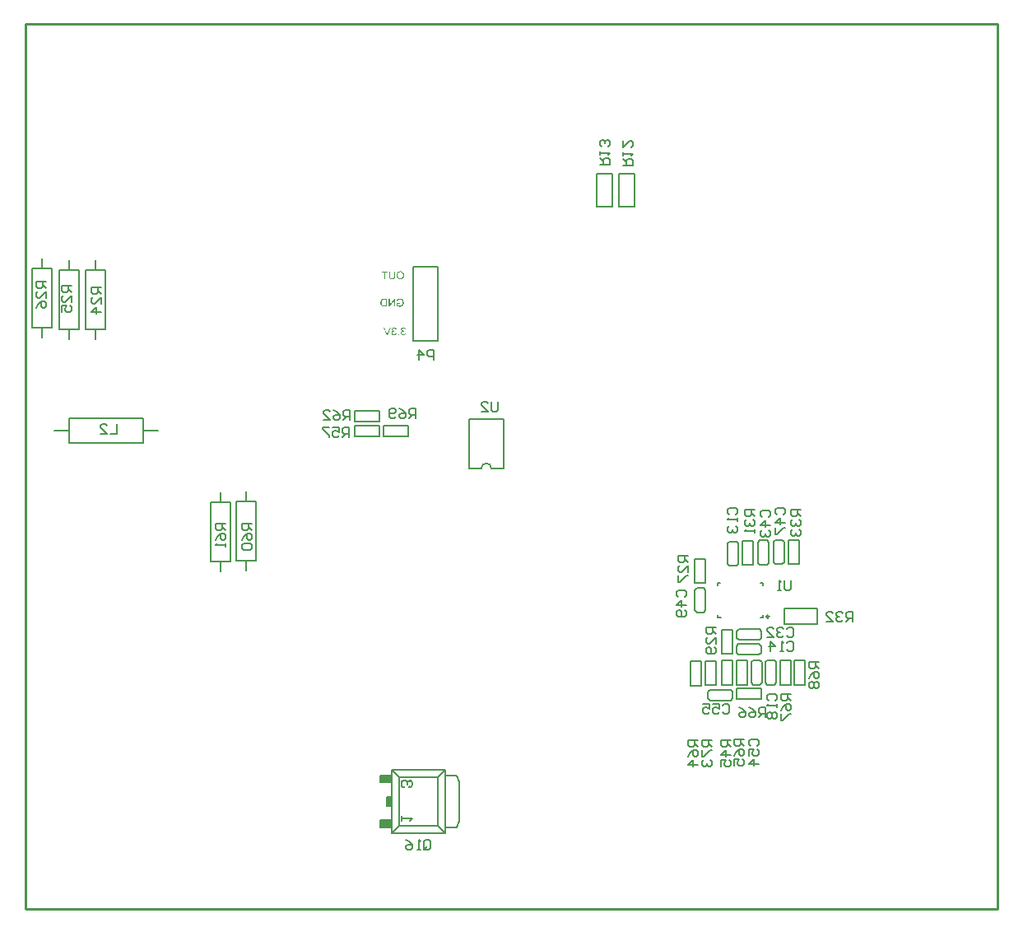
<source format=gbo>
%FSLAX25Y25*%
%MOIN*%
G70*
G01*
G75*
G04 Layer_Color=32896*
%ADD10R,0.03937X0.02362*%
%ADD11R,0.03347X0.02756*%
%ADD12O,0.06299X0.01181*%
%ADD13R,0.06299X0.01181*%
%ADD14O,0.01181X0.06299*%
%ADD15R,0.05118X0.03937*%
%ADD16R,0.10630X0.03937*%
%ADD17R,0.03937X0.05118*%
%ADD18R,0.03543X0.02126*%
%ADD19R,0.01969X0.06299*%
%ADD20R,0.14410X0.07874*%
%ADD21R,0.14410X0.09843*%
%ADD22R,0.09449X0.08268*%
%ADD23R,0.05000X0.06000*%
%ADD24R,0.02362X0.02362*%
%ADD25R,0.02362X0.02362*%
%ADD26R,0.02362X0.03937*%
%ADD27O,0.02362X0.06890*%
%ADD28R,0.11811X0.07480*%
%ADD29R,0.02756X0.03347*%
%ADD30R,0.10000X0.07500*%
%ADD31R,0.09843X0.15748*%
%ADD32R,0.08661X0.07087*%
%ADD33O,0.09843X0.05906*%
%ADD34O,0.03543X0.01969*%
%ADD35O,0.03543X0.01969*%
%ADD36R,0.03543X0.01969*%
%ADD37R,0.02559X0.05315*%
%ADD38R,0.20866X0.11024*%
%ADD39R,0.03937X0.10630*%
%ADD40R,0.21654X0.05630*%
%ADD41C,0.02000*%
%ADD42C,0.00800*%
%ADD43C,0.03000*%
%ADD44C,0.03500*%
%ADD45C,0.04000*%
%ADD46C,0.01000*%
%ADD47C,0.01500*%
%ADD48C,0.10000*%
%ADD49C,0.08000*%
%ADD50C,0.05000*%
%ADD51C,0.01200*%
%ADD52R,0.19200X0.07900*%
%ADD53R,0.58405X0.13100*%
%ADD54R,0.24300X1.56600*%
%ADD55R,0.50200X0.62200*%
%ADD56R,0.24100X0.17400*%
%ADD57R,0.25624X0.17093*%
%ADD58R,0.23600X0.17400*%
%ADD59R,0.05906X0.05906*%
%ADD60C,0.05906*%
%ADD61O,0.11811X0.09843*%
%ADD62R,0.11811X0.09843*%
%ADD63O,0.05906X0.09843*%
%ADD64R,0.05906X0.09843*%
%ADD65R,0.09843X0.11811*%
%ADD66O,0.09843X0.11811*%
%ADD67R,0.05906X0.05906*%
%ADD68C,0.06693*%
%ADD69C,0.05500*%
%ADD70O,0.07874X0.15748*%
%ADD71C,0.05512*%
%ADD72R,0.06000X0.10000*%
%ADD73O,0.06000X0.10000*%
%ADD74C,0.02000*%
%ADD75C,0.03000*%
%ADD76C,0.04000*%
%ADD77O,0.05500X0.02500*%
%ADD78R,0.05500X0.02500*%
%ADD79O,0.01181X0.02756*%
%ADD80O,0.02756X0.01181*%
%ADD81R,0.13386X0.07087*%
%ADD82R,0.15000X0.13000*%
%ADD83R,0.19400X0.21500*%
%ADD84R,0.18400X0.60700*%
%ADD85R,0.24600X1.31200*%
%ADD86R,0.50100X0.62100*%
%ADD87C,0.00500*%
%ADD88C,0.00394*%
%ADD89C,0.00984*%
%ADD90C,0.00787*%
%ADD91C,0.00591*%
%ADD92R,0.04724X0.02756*%
%ADD93R,0.01968X0.03543*%
%ADD94R,0.23900X1.20759*%
%ADD95R,0.14900X0.21400*%
%ADD96R,0.04737X0.03162*%
%ADD97R,0.04147X0.03556*%
%ADD98O,0.07099X0.01981*%
%ADD99R,0.07099X0.01981*%
%ADD100O,0.01981X0.07099*%
%ADD101R,0.05918X0.04737*%
%ADD102R,0.11430X0.04737*%
%ADD103R,0.04737X0.05918*%
%ADD104R,0.04343X0.02926*%
%ADD105R,0.02769X0.07099*%
%ADD106R,0.15210X0.08674*%
%ADD107R,0.15210X0.10642*%
%ADD108R,0.10249X0.09068*%
%ADD109R,0.05800X0.06800*%
%ADD110R,0.03162X0.03162*%
%ADD111R,0.03162X0.03162*%
%ADD112R,0.03162X0.04737*%
%ADD113O,0.03162X0.07690*%
%ADD114R,0.12611X0.08280*%
%ADD115R,0.03556X0.04147*%
%ADD116R,0.10800X0.08300*%
%ADD117R,0.10642X0.16548*%
%ADD118R,0.09461X0.07887*%
%ADD119O,0.10642X0.06706*%
%ADD120O,0.04343X0.02769*%
%ADD121O,0.04343X0.02769*%
%ADD122R,0.04343X0.02769*%
%ADD123R,0.03359X0.06115*%
%ADD124R,0.21666X0.11824*%
%ADD125R,0.04737X0.11430*%
%ADD126R,0.22453X0.06430*%
%ADD127R,0.06706X0.06706*%
%ADD128C,0.06706*%
%ADD129O,0.12611X0.10642*%
%ADD130R,0.12611X0.10642*%
%ADD131O,0.06706X0.10642*%
%ADD132R,0.06706X0.10642*%
%ADD133R,0.10642X0.12611*%
%ADD134O,0.10642X0.12611*%
%ADD135R,0.06706X0.06706*%
%ADD136C,0.07493*%
%ADD137C,0.06300*%
%ADD138O,0.08674X0.16548*%
%ADD139C,0.06312*%
%ADD140R,0.06800X0.10800*%
%ADD141O,0.06800X0.10800*%
%ADD142R,0.13323X0.25300*%
%ADD143R,0.24600X1.27600*%
%ADD144O,0.06300X0.03300*%
%ADD145R,0.06300X0.03300*%
%ADD146O,0.01981X0.03556*%
%ADD147O,0.03556X0.01981*%
%ADD148R,0.14186X0.07887*%
G36*
X151752Y-111350D02*
X151908Y-111369D01*
X152055Y-111404D01*
X152118Y-111423D01*
X152177Y-111438D01*
X152231Y-111457D01*
X152279Y-111477D01*
X152323Y-111491D01*
X152357Y-111511D01*
X152382Y-111521D01*
X152406Y-111530D01*
X152416Y-111540D01*
X152421D01*
X152489Y-111579D01*
X152548Y-111623D01*
X152665Y-111716D01*
X152758Y-111813D01*
X152840Y-111911D01*
X152899Y-112004D01*
X152923Y-112038D01*
X152948Y-112072D01*
X152963Y-112101D01*
X152972Y-112121D01*
X152982Y-112136D01*
Y-112141D01*
X153045Y-112292D01*
X153094Y-112448D01*
X153128Y-112594D01*
X153153Y-112731D01*
X153163Y-112789D01*
X153167Y-112843D01*
X153172Y-112892D01*
Y-112936D01*
X153177Y-112970D01*
Y-112995D01*
Y-113009D01*
Y-113014D01*
X153167Y-113185D01*
X153148Y-113346D01*
X153114Y-113492D01*
X153099Y-113561D01*
X153080Y-113619D01*
X153060Y-113678D01*
X153045Y-113726D01*
X153026Y-113770D01*
X153011Y-113805D01*
X153001Y-113834D01*
X152992Y-113853D01*
X152982Y-113868D01*
Y-113873D01*
X152899Y-114005D01*
X152806Y-114122D01*
X152714Y-114224D01*
X152616Y-114307D01*
X152533Y-114371D01*
X152499Y-114395D01*
X152465Y-114415D01*
X152440Y-114434D01*
X152416Y-114444D01*
X152406Y-114449D01*
X152401Y-114454D01*
X152255Y-114522D01*
X152104Y-114571D01*
X151962Y-114605D01*
X151825Y-114629D01*
X151767Y-114639D01*
X151713Y-114644D01*
X151664Y-114649D01*
X151620D01*
X151586Y-114654D01*
X151542D01*
X151416Y-114649D01*
X151289Y-114634D01*
X151176Y-114615D01*
X151074Y-114590D01*
X151030Y-114581D01*
X150986Y-114571D01*
X150952Y-114561D01*
X150923Y-114551D01*
X150898Y-114541D01*
X150879Y-114537D01*
X150869Y-114532D01*
X150864D01*
X150742Y-114478D01*
X150620Y-114419D01*
X150513Y-114356D01*
X150415Y-114297D01*
X150332Y-114239D01*
X150298Y-114219D01*
X150269Y-114195D01*
X150244Y-114180D01*
X150230Y-114166D01*
X150220Y-114161D01*
X150215Y-114156D01*
Y-112965D01*
X151572D01*
Y-113341D01*
X150630D01*
Y-113946D01*
X150688Y-113990D01*
X150752Y-114034D01*
X150815Y-114073D01*
X150879Y-114107D01*
X150937Y-114136D01*
X150986Y-114156D01*
X151006Y-114166D01*
X151020Y-114171D01*
X151025Y-114175D01*
X151030D01*
X151128Y-114210D01*
X151225Y-114234D01*
X151318Y-114253D01*
X151396Y-114263D01*
X151464Y-114273D01*
X151518Y-114278D01*
X151567D01*
X151684Y-114273D01*
X151796Y-114258D01*
X151894Y-114234D01*
X151987Y-114210D01*
X152060Y-114185D01*
X152094Y-114171D01*
X152118Y-114161D01*
X152138Y-114156D01*
X152152Y-114146D01*
X152162Y-114141D01*
X152167D01*
X152265Y-114083D01*
X152352Y-114014D01*
X152426Y-113941D01*
X152484Y-113873D01*
X152528Y-113809D01*
X152562Y-113761D01*
X152577Y-113741D01*
X152587Y-113726D01*
X152592Y-113717D01*
Y-113712D01*
X152640Y-113595D01*
X152675Y-113478D01*
X152704Y-113356D01*
X152718Y-113239D01*
X152723Y-113190D01*
X152728Y-113141D01*
X152733Y-113097D01*
Y-113063D01*
X152738Y-113029D01*
Y-113009D01*
Y-112995D01*
Y-112990D01*
X152733Y-112863D01*
X152718Y-112741D01*
X152699Y-112633D01*
X152675Y-112536D01*
X152655Y-112458D01*
X152645Y-112424D01*
X152636Y-112399D01*
X152626Y-112375D01*
X152621Y-112360D01*
X152616Y-112350D01*
Y-112345D01*
X152587Y-112282D01*
X152557Y-112223D01*
X152523Y-112170D01*
X152489Y-112121D01*
X152460Y-112082D01*
X152435Y-112053D01*
X152421Y-112033D01*
X152416Y-112028D01*
X152362Y-111975D01*
X152309Y-111931D01*
X152250Y-111892D01*
X152196Y-111857D01*
X152147Y-111828D01*
X152109Y-111809D01*
X152084Y-111799D01*
X152074Y-111794D01*
X151991Y-111765D01*
X151908Y-111740D01*
X151821Y-111726D01*
X151742Y-111711D01*
X151674Y-111706D01*
X151620Y-111701D01*
X151572D01*
X151484Y-111706D01*
X151401Y-111716D01*
X151328Y-111731D01*
X151264Y-111745D01*
X151211Y-111760D01*
X151167Y-111775D01*
X151142Y-111784D01*
X151133Y-111789D01*
X151059Y-111823D01*
X151001Y-111857D01*
X150947Y-111897D01*
X150903Y-111931D01*
X150869Y-111965D01*
X150845Y-111989D01*
X150830Y-112009D01*
X150825Y-112014D01*
X150786Y-112072D01*
X150752Y-112136D01*
X150723Y-112199D01*
X150698Y-112258D01*
X150679Y-112316D01*
X150659Y-112360D01*
X150654Y-112389D01*
X150649Y-112394D01*
Y-112399D01*
X150264Y-112292D01*
X150298Y-112175D01*
X150337Y-112072D01*
X150376Y-111984D01*
X150415Y-111911D01*
X150454Y-111848D01*
X150483Y-111804D01*
X150503Y-111779D01*
X150508Y-111770D01*
X150571Y-111696D01*
X150645Y-111638D01*
X150718Y-111584D01*
X150791Y-111540D01*
X150854Y-111501D01*
X150903Y-111477D01*
X150923Y-111467D01*
X150937Y-111462D01*
X150947Y-111457D01*
X150952D01*
X151059Y-111418D01*
X151167Y-111389D01*
X151274Y-111369D01*
X151367Y-111355D01*
X151450Y-111345D01*
X151489D01*
X151518Y-111340D01*
X151577D01*
X151752Y-111350D01*
D02*
G37*
G36*
X151867Y-100245D02*
X151989Y-100260D01*
X152101Y-100284D01*
X152204Y-100309D01*
X152301Y-100347D01*
X152394Y-100382D01*
X152477Y-100426D01*
X152555Y-100465D01*
X152623Y-100509D01*
X152682Y-100552D01*
X152731Y-100587D01*
X152775Y-100621D01*
X152809Y-100650D01*
X152833Y-100674D01*
X152848Y-100689D01*
X152853Y-100694D01*
X152926Y-100782D01*
X152994Y-100875D01*
X153048Y-100977D01*
X153097Y-101079D01*
X153141Y-101182D01*
X153175Y-101285D01*
X153199Y-101387D01*
X153224Y-101485D01*
X153243Y-101582D01*
X153253Y-101665D01*
X153263Y-101743D01*
X153272Y-101812D01*
Y-101865D01*
X153277Y-101909D01*
Y-101934D01*
Y-101943D01*
X153267Y-102099D01*
X153248Y-102246D01*
X153219Y-102383D01*
X153204Y-102441D01*
X153184Y-102500D01*
X153170Y-102553D01*
X153155Y-102602D01*
X153141Y-102641D01*
X153126Y-102675D01*
X153111Y-102705D01*
X153106Y-102724D01*
X153097Y-102739D01*
Y-102744D01*
X153019Y-102875D01*
X152936Y-102997D01*
X152843Y-103095D01*
X152755Y-103183D01*
X152677Y-103251D01*
X152643Y-103276D01*
X152613Y-103300D01*
X152589Y-103315D01*
X152570Y-103329D01*
X152560Y-103334D01*
X152555Y-103339D01*
X152487Y-103378D01*
X152418Y-103407D01*
X152277Y-103461D01*
X152140Y-103500D01*
X152018Y-103524D01*
X151960Y-103534D01*
X151906Y-103544D01*
X151862Y-103549D01*
X151823D01*
X151789Y-103554D01*
X151745D01*
X151594Y-103544D01*
X151447Y-103524D01*
X151315Y-103490D01*
X151203Y-103456D01*
X151149Y-103437D01*
X151106Y-103422D01*
X151067Y-103402D01*
X151032Y-103388D01*
X151003Y-103378D01*
X150984Y-103368D01*
X150974Y-103358D01*
X150969D01*
X150842Y-103276D01*
X150730Y-103183D01*
X150632Y-103085D01*
X150554Y-102992D01*
X150496Y-102910D01*
X150471Y-102871D01*
X150447Y-102841D01*
X150432Y-102812D01*
X150422Y-102792D01*
X150413Y-102783D01*
Y-102778D01*
X150344Y-102631D01*
X150295Y-102480D01*
X150261Y-102334D01*
X150237Y-102197D01*
X150227Y-102134D01*
X150222Y-102080D01*
X150217Y-102031D01*
Y-101987D01*
X150213Y-101953D01*
Y-101924D01*
Y-101909D01*
Y-101904D01*
X150222Y-101729D01*
X150242Y-101567D01*
X150271Y-101421D01*
X150291Y-101358D01*
X150305Y-101294D01*
X150325Y-101241D01*
X150344Y-101192D01*
X150359Y-101148D01*
X150374Y-101114D01*
X150383Y-101084D01*
X150393Y-101065D01*
X150403Y-101050D01*
Y-101045D01*
X150481Y-100909D01*
X150564Y-100792D01*
X150657Y-100689D01*
X150744Y-100606D01*
X150823Y-100543D01*
X150857Y-100513D01*
X150886Y-100494D01*
X150910Y-100474D01*
X150930Y-100465D01*
X150940Y-100455D01*
X150945D01*
X151013Y-100416D01*
X151081Y-100382D01*
X151218Y-100333D01*
X151355Y-100294D01*
X151477Y-100265D01*
X151535Y-100260D01*
X151584Y-100250D01*
X151633Y-100245D01*
X151672D01*
X151701Y-100240D01*
X151745D01*
X151867Y-100245D01*
D02*
G37*
G36*
X146360Y-114600D02*
X145208D01*
X145101Y-114595D01*
X145003Y-114590D01*
X144915Y-114581D01*
X144842Y-114571D01*
X144779Y-114561D01*
X144735Y-114556D01*
X144705Y-114546D01*
X144696D01*
X144613Y-114522D01*
X144540Y-114497D01*
X144476Y-114473D01*
X144422Y-114449D01*
X144379Y-114424D01*
X144344Y-114405D01*
X144320Y-114395D01*
X144315Y-114390D01*
X144257Y-114346D01*
X144203Y-114297D01*
X144149Y-114249D01*
X144110Y-114205D01*
X144071Y-114161D01*
X144047Y-114127D01*
X144027Y-114107D01*
X144022Y-114097D01*
X143974Y-114024D01*
X143930Y-113946D01*
X143891Y-113868D01*
X143861Y-113795D01*
X143837Y-113726D01*
X143817Y-113678D01*
X143813Y-113658D01*
X143808Y-113644D01*
X143803Y-113634D01*
Y-113629D01*
X143773Y-113522D01*
X143754Y-113409D01*
X143734Y-113297D01*
X143725Y-113199D01*
X143720Y-113112D01*
Y-113073D01*
X143715Y-113043D01*
Y-113014D01*
Y-112995D01*
Y-112985D01*
Y-112980D01*
X143720Y-112824D01*
X143734Y-112682D01*
X143754Y-112555D01*
X143769Y-112497D01*
X143778Y-112443D01*
X143788Y-112394D01*
X143803Y-112350D01*
X143813Y-112311D01*
X143822Y-112282D01*
X143832Y-112258D01*
X143837Y-112238D01*
X143842Y-112228D01*
Y-112223D01*
X143895Y-112101D01*
X143954Y-111994D01*
X144017Y-111901D01*
X144081Y-111823D01*
X144135Y-111760D01*
X144178Y-111711D01*
X144213Y-111682D01*
X144218Y-111672D01*
X144222D01*
X144300Y-111613D01*
X144379Y-111565D01*
X144457Y-111526D01*
X144530Y-111496D01*
X144593Y-111472D01*
X144647Y-111457D01*
X144667Y-111448D01*
X144676D01*
X144686Y-111443D01*
X144691D01*
X144769Y-111428D01*
X144862Y-111413D01*
X144959Y-111404D01*
X145047Y-111399D01*
X145130Y-111394D01*
X146360D01*
Y-114600D01*
D02*
G37*
G36*
X146675Y-100670D02*
X145621D01*
Y-103500D01*
X145196D01*
Y-100670D01*
X144142D01*
Y-100294D01*
X146675D01*
Y-100670D01*
D02*
G37*
G36*
X149661Y-102148D02*
Y-102241D01*
X149656Y-102329D01*
X149651Y-102412D01*
X149642Y-102490D01*
X149632Y-102558D01*
X149622Y-102627D01*
X149612Y-102685D01*
X149598Y-102739D01*
X149588Y-102787D01*
X149578Y-102831D01*
X149568Y-102871D01*
X149559Y-102900D01*
X149549Y-102924D01*
X149544Y-102939D01*
X149539Y-102949D01*
Y-102953D01*
X149485Y-103056D01*
X149422Y-103149D01*
X149359Y-103222D01*
X149290Y-103285D01*
X149232Y-103339D01*
X149178Y-103373D01*
X149159Y-103388D01*
X149149Y-103393D01*
X149139Y-103402D01*
X149134D01*
X149022Y-103451D01*
X148895Y-103490D01*
X148773Y-103515D01*
X148656Y-103534D01*
X148602Y-103539D01*
X148553Y-103544D01*
X148509Y-103549D01*
X148470D01*
X148441Y-103554D01*
X148397D01*
X148231Y-103544D01*
X148085Y-103524D01*
X148017Y-103515D01*
X147958Y-103500D01*
X147899Y-103481D01*
X147851Y-103466D01*
X147807Y-103451D01*
X147763Y-103432D01*
X147729Y-103417D01*
X147704Y-103407D01*
X147680Y-103393D01*
X147665Y-103388D01*
X147655Y-103378D01*
X147651D01*
X147553Y-103305D01*
X147465Y-103232D01*
X147397Y-103154D01*
X147343Y-103080D01*
X147304Y-103012D01*
X147275Y-102963D01*
X147265Y-102944D01*
X147260Y-102929D01*
X147255Y-102919D01*
Y-102914D01*
X147216Y-102802D01*
X147192Y-102675D01*
X147172Y-102548D01*
X147158Y-102426D01*
X147153Y-102368D01*
X147148Y-102314D01*
Y-102270D01*
X147143Y-102226D01*
Y-102192D01*
Y-102168D01*
Y-102153D01*
Y-102148D01*
Y-100294D01*
X147568D01*
Y-102148D01*
Y-102256D01*
X147577Y-102358D01*
X147587Y-102446D01*
X147597Y-102529D01*
X147611Y-102607D01*
X147631Y-102670D01*
X147651Y-102729D01*
X147665Y-102783D01*
X147685Y-102827D01*
X147704Y-102866D01*
X147719Y-102895D01*
X147738Y-102919D01*
X147748Y-102939D01*
X147758Y-102953D01*
X147768Y-102958D01*
Y-102963D01*
X147807Y-103002D01*
X147855Y-103032D01*
X147958Y-103085D01*
X148065Y-103119D01*
X148178Y-103149D01*
X148275Y-103163D01*
X148319Y-103168D01*
X148358D01*
X148392Y-103173D01*
X148436D01*
X148534Y-103168D01*
X148622Y-103158D01*
X148700Y-103139D01*
X148768Y-103119D01*
X148822Y-103105D01*
X148861Y-103085D01*
X148885Y-103075D01*
X148895Y-103071D01*
X148963Y-103027D01*
X149017Y-102978D01*
X149066Y-102924D01*
X149100Y-102875D01*
X149129Y-102831D01*
X149149Y-102797D01*
X149159Y-102773D01*
X149163Y-102763D01*
X149178Y-102724D01*
X149188Y-102680D01*
X149207Y-102583D01*
X149217Y-102480D01*
X149227Y-102383D01*
X149232Y-102290D01*
X149237Y-102251D01*
Y-102217D01*
Y-102187D01*
Y-102168D01*
Y-102153D01*
Y-102148D01*
Y-100294D01*
X149661D01*
Y-102148D01*
D02*
G37*
G36*
X149380Y-122989D02*
X149502Y-123013D01*
X149615Y-123047D01*
X149707Y-123087D01*
X149780Y-123131D01*
X149810Y-123150D01*
X149834Y-123165D01*
X149858Y-123179D01*
X149873Y-123189D01*
X149878Y-123194D01*
X149883Y-123199D01*
X149971Y-123287D01*
X150039Y-123384D01*
X150098Y-123487D01*
X150137Y-123584D01*
X150171Y-123672D01*
X150181Y-123711D01*
X150190Y-123745D01*
X150195Y-123770D01*
X150200Y-123789D01*
X150205Y-123804D01*
Y-123809D01*
X149810Y-123877D01*
X149790Y-123775D01*
X149761Y-123687D01*
X149732Y-123614D01*
X149697Y-123555D01*
X149668Y-123506D01*
X149644Y-123472D01*
X149624Y-123453D01*
X149619Y-123448D01*
X149556Y-123399D01*
X149493Y-123365D01*
X149429Y-123335D01*
X149366Y-123321D01*
X149317Y-123311D01*
X149273Y-123301D01*
X149234D01*
X149151Y-123306D01*
X149078Y-123326D01*
X149014Y-123345D01*
X148961Y-123374D01*
X148917Y-123399D01*
X148882Y-123423D01*
X148863Y-123443D01*
X148858Y-123448D01*
X148809Y-123501D01*
X148775Y-123565D01*
X148746Y-123623D01*
X148731Y-123677D01*
X148721Y-123731D01*
X148712Y-123770D01*
Y-123794D01*
Y-123799D01*
Y-123804D01*
X148721Y-123901D01*
X148746Y-123985D01*
X148775Y-124053D01*
X148814Y-124107D01*
X148853Y-124150D01*
X148882Y-124185D01*
X148907Y-124204D01*
X148917Y-124209D01*
X148995Y-124253D01*
X149073Y-124282D01*
X149146Y-124307D01*
X149214Y-124321D01*
X149278Y-124331D01*
X149322Y-124336D01*
X149385D01*
X149405Y-124331D01*
X149429D01*
X149473Y-124677D01*
X149414Y-124663D01*
X149361Y-124653D01*
X149312Y-124648D01*
X149273Y-124643D01*
X149239Y-124638D01*
X149195D01*
X149097Y-124648D01*
X149014Y-124668D01*
X148936Y-124692D01*
X148873Y-124726D01*
X148819Y-124760D01*
X148780Y-124785D01*
X148760Y-124804D01*
X148751Y-124814D01*
X148692Y-124882D01*
X148648Y-124956D01*
X148614Y-125034D01*
X148595Y-125102D01*
X148580Y-125165D01*
X148575Y-125214D01*
X148570Y-125234D01*
Y-125248D01*
Y-125253D01*
Y-125258D01*
X148580Y-125361D01*
X148599Y-125453D01*
X148629Y-125536D01*
X148663Y-125605D01*
X148702Y-125663D01*
X148731Y-125702D01*
X148751Y-125727D01*
X148760Y-125736D01*
X148834Y-125800D01*
X148912Y-125849D01*
X148990Y-125878D01*
X149068Y-125902D01*
X149131Y-125917D01*
X149180Y-125922D01*
X149200Y-125927D01*
X149229D01*
X149312Y-125922D01*
X149390Y-125902D01*
X149458Y-125878D01*
X149512Y-125854D01*
X149561Y-125824D01*
X149595Y-125805D01*
X149615Y-125785D01*
X149624Y-125780D01*
X149678Y-125717D01*
X149727Y-125644D01*
X149766Y-125561D01*
X149795Y-125483D01*
X149819Y-125409D01*
X149834Y-125351D01*
X149844Y-125331D01*
Y-125312D01*
X149849Y-125302D01*
Y-125297D01*
X150244Y-125351D01*
X150234Y-125424D01*
X150220Y-125492D01*
X150176Y-125619D01*
X150127Y-125732D01*
X150068Y-125829D01*
X150044Y-125868D01*
X150015Y-125902D01*
X149990Y-125932D01*
X149971Y-125961D01*
X149951Y-125980D01*
X149937Y-125995D01*
X149932Y-126000D01*
X149927Y-126005D01*
X149873Y-126049D01*
X149815Y-126088D01*
X149761Y-126122D01*
X149702Y-126146D01*
X149585Y-126195D01*
X149473Y-126224D01*
X149424Y-126234D01*
X149375Y-126239D01*
X149336Y-126244D01*
X149297Y-126249D01*
X149268Y-126254D01*
X149229D01*
X149146Y-126249D01*
X149063Y-126239D01*
X148985Y-126229D01*
X148912Y-126210D01*
X148843Y-126185D01*
X148780Y-126161D01*
X148721Y-126137D01*
X148668Y-126107D01*
X148624Y-126083D01*
X148580Y-126058D01*
X148541Y-126034D01*
X148512Y-126010D01*
X148487Y-125990D01*
X148473Y-125980D01*
X148463Y-125971D01*
X148458Y-125966D01*
X148404Y-125907D01*
X148355Y-125849D01*
X148316Y-125790D01*
X148282Y-125732D01*
X148248Y-125673D01*
X148224Y-125610D01*
X148189Y-125497D01*
X148175Y-125449D01*
X148165Y-125400D01*
X148160Y-125361D01*
X148155Y-125322D01*
X148151Y-125292D01*
Y-125273D01*
Y-125258D01*
Y-125253D01*
X148155Y-125141D01*
X148175Y-125039D01*
X148199Y-124951D01*
X148229Y-124878D01*
X148263Y-124819D01*
X148287Y-124775D01*
X148307Y-124746D01*
X148311Y-124736D01*
X148375Y-124663D01*
X148448Y-124604D01*
X148521Y-124555D01*
X148590Y-124521D01*
X148653Y-124492D01*
X148702Y-124477D01*
X148721Y-124468D01*
X148736D01*
X148746Y-124463D01*
X148751D01*
X148673Y-124424D01*
X148604Y-124375D01*
X148551Y-124331D01*
X148502Y-124287D01*
X148468Y-124248D01*
X148438Y-124219D01*
X148424Y-124199D01*
X148419Y-124189D01*
X148380Y-124126D01*
X148355Y-124058D01*
X148336Y-123994D01*
X148321Y-123936D01*
X148311Y-123887D01*
X148307Y-123848D01*
Y-123823D01*
Y-123814D01*
X148311Y-123731D01*
X148326Y-123658D01*
X148346Y-123589D01*
X148365Y-123526D01*
X148385Y-123477D01*
X148404Y-123438D01*
X148419Y-123414D01*
X148424Y-123404D01*
X148473Y-123335D01*
X148526Y-123272D01*
X148585Y-123218D01*
X148638Y-123174D01*
X148687Y-123140D01*
X148726Y-123116D01*
X148756Y-123101D01*
X148760Y-123096D01*
X148765D01*
X148848Y-123057D01*
X148931Y-123028D01*
X149014Y-123009D01*
X149087Y-122994D01*
X149151Y-122984D01*
X149200Y-122979D01*
X149312D01*
X149380Y-122989D01*
D02*
G37*
G36*
X153113D02*
X153235Y-123013D01*
X153348Y-123047D01*
X153440Y-123087D01*
X153514Y-123131D01*
X153543Y-123150D01*
X153567Y-123165D01*
X153592Y-123179D01*
X153606Y-123189D01*
X153611Y-123194D01*
X153616Y-123199D01*
X153704Y-123287D01*
X153772Y-123384D01*
X153831Y-123487D01*
X153870Y-123584D01*
X153904Y-123672D01*
X153914Y-123711D01*
X153923Y-123745D01*
X153928Y-123770D01*
X153933Y-123789D01*
X153938Y-123804D01*
Y-123809D01*
X153543Y-123877D01*
X153523Y-123775D01*
X153494Y-123687D01*
X153465Y-123614D01*
X153431Y-123555D01*
X153401Y-123506D01*
X153377Y-123472D01*
X153357Y-123453D01*
X153353Y-123448D01*
X153289Y-123399D01*
X153226Y-123365D01*
X153162Y-123335D01*
X153099Y-123321D01*
X153050Y-123311D01*
X153006Y-123301D01*
X152967D01*
X152884Y-123306D01*
X152811Y-123326D01*
X152747Y-123345D01*
X152694Y-123374D01*
X152650Y-123399D01*
X152616Y-123423D01*
X152596Y-123443D01*
X152591Y-123448D01*
X152542Y-123501D01*
X152508Y-123565D01*
X152479Y-123623D01*
X152464Y-123677D01*
X152455Y-123731D01*
X152445Y-123770D01*
Y-123794D01*
Y-123799D01*
Y-123804D01*
X152455Y-123901D01*
X152479Y-123985D01*
X152508Y-124053D01*
X152547Y-124107D01*
X152586Y-124150D01*
X152616Y-124185D01*
X152640Y-124204D01*
X152650Y-124209D01*
X152728Y-124253D01*
X152806Y-124282D01*
X152879Y-124307D01*
X152947Y-124321D01*
X153011Y-124331D01*
X153055Y-124336D01*
X153118D01*
X153138Y-124331D01*
X153162D01*
X153206Y-124677D01*
X153148Y-124663D01*
X153094Y-124653D01*
X153045Y-124648D01*
X153006Y-124643D01*
X152972Y-124638D01*
X152928D01*
X152830Y-124648D01*
X152747Y-124668D01*
X152669Y-124692D01*
X152606Y-124726D01*
X152552Y-124760D01*
X152513Y-124785D01*
X152494Y-124804D01*
X152484Y-124814D01*
X152425Y-124882D01*
X152381Y-124956D01*
X152347Y-125034D01*
X152328Y-125102D01*
X152313Y-125165D01*
X152308Y-125214D01*
X152303Y-125234D01*
Y-125248D01*
Y-125253D01*
Y-125258D01*
X152313Y-125361D01*
X152333Y-125453D01*
X152362Y-125536D01*
X152396Y-125605D01*
X152435Y-125663D01*
X152464Y-125702D01*
X152484Y-125727D01*
X152494Y-125736D01*
X152567Y-125800D01*
X152645Y-125849D01*
X152723Y-125878D01*
X152801Y-125902D01*
X152865Y-125917D01*
X152913Y-125922D01*
X152933Y-125927D01*
X152962D01*
X153045Y-125922D01*
X153123Y-125902D01*
X153191Y-125878D01*
X153245Y-125854D01*
X153294Y-125824D01*
X153328Y-125805D01*
X153348Y-125785D01*
X153357Y-125780D01*
X153411Y-125717D01*
X153460Y-125644D01*
X153499Y-125561D01*
X153528Y-125483D01*
X153553Y-125409D01*
X153567Y-125351D01*
X153577Y-125331D01*
Y-125312D01*
X153582Y-125302D01*
Y-125297D01*
X153977Y-125351D01*
X153967Y-125424D01*
X153953Y-125492D01*
X153909Y-125619D01*
X153860Y-125732D01*
X153802Y-125829D01*
X153777Y-125868D01*
X153748Y-125902D01*
X153723Y-125932D01*
X153704Y-125961D01*
X153684Y-125980D01*
X153670Y-125995D01*
X153665Y-126000D01*
X153660Y-126005D01*
X153606Y-126049D01*
X153548Y-126088D01*
X153494Y-126122D01*
X153436Y-126146D01*
X153318Y-126195D01*
X153206Y-126224D01*
X153157Y-126234D01*
X153109Y-126239D01*
X153069Y-126244D01*
X153031Y-126249D01*
X153001Y-126254D01*
X152962D01*
X152879Y-126249D01*
X152796Y-126239D01*
X152718Y-126229D01*
X152645Y-126210D01*
X152577Y-126185D01*
X152513Y-126161D01*
X152455Y-126137D01*
X152401Y-126107D01*
X152357Y-126083D01*
X152313Y-126058D01*
X152274Y-126034D01*
X152245Y-126010D01*
X152220Y-125990D01*
X152206Y-125980D01*
X152196Y-125971D01*
X152191Y-125966D01*
X152137Y-125907D01*
X152089Y-125849D01*
X152050Y-125790D01*
X152015Y-125732D01*
X151981Y-125673D01*
X151957Y-125610D01*
X151923Y-125497D01*
X151908Y-125449D01*
X151898Y-125400D01*
X151893Y-125361D01*
X151889Y-125322D01*
X151884Y-125292D01*
Y-125273D01*
Y-125258D01*
Y-125253D01*
X151889Y-125141D01*
X151908Y-125039D01*
X151933Y-124951D01*
X151962Y-124878D01*
X151996Y-124819D01*
X152020Y-124775D01*
X152040Y-124746D01*
X152045Y-124736D01*
X152108Y-124663D01*
X152181Y-124604D01*
X152255Y-124555D01*
X152323Y-124521D01*
X152386Y-124492D01*
X152435Y-124477D01*
X152455Y-124468D01*
X152469D01*
X152479Y-124463D01*
X152484D01*
X152406Y-124424D01*
X152338Y-124375D01*
X152284Y-124331D01*
X152235Y-124287D01*
X152201Y-124248D01*
X152172Y-124219D01*
X152157Y-124199D01*
X152152Y-124189D01*
X152113Y-124126D01*
X152089Y-124058D01*
X152069Y-123994D01*
X152055Y-123936D01*
X152045Y-123887D01*
X152040Y-123848D01*
Y-123823D01*
Y-123814D01*
X152045Y-123731D01*
X152059Y-123658D01*
X152079Y-123589D01*
X152098Y-123526D01*
X152118Y-123477D01*
X152137Y-123438D01*
X152152Y-123414D01*
X152157Y-123404D01*
X152206Y-123335D01*
X152259Y-123272D01*
X152318Y-123218D01*
X152372Y-123174D01*
X152420Y-123140D01*
X152460Y-123116D01*
X152489Y-123101D01*
X152494Y-123096D01*
X152499D01*
X152582Y-123057D01*
X152664Y-123028D01*
X152747Y-123009D01*
X152821Y-122994D01*
X152884Y-122984D01*
X152933Y-122979D01*
X153045D01*
X153113Y-122989D01*
D02*
G37*
G36*
X146686Y-126200D02*
X146252D01*
X144998Y-122994D01*
X145427D01*
X146296Y-125322D01*
X146330Y-125419D01*
X146364Y-125517D01*
X146394Y-125605D01*
X146418Y-125683D01*
X146438Y-125751D01*
X146452Y-125805D01*
X146457Y-125824D01*
X146462Y-125839D01*
X146467Y-125844D01*
Y-125849D01*
X146521Y-125663D01*
X146550Y-125575D01*
X146579Y-125492D01*
X146604Y-125424D01*
X146618Y-125370D01*
X146628Y-125351D01*
X146633Y-125336D01*
X146638Y-125327D01*
Y-125322D01*
X147467Y-122994D01*
X147931D01*
X146686Y-126200D01*
D02*
G37*
G36*
X149595Y-114600D02*
X149190D01*
Y-112082D01*
X147507Y-114600D01*
X147072D01*
Y-111394D01*
X147477D01*
Y-113912D01*
X149166Y-111394D01*
X149595D01*
Y-114600D01*
D02*
G37*
G36*
X151274Y-126200D02*
X150825D01*
Y-125751D01*
X151274D01*
Y-126200D01*
D02*
G37*
%LPC*%
G36*
X145935Y-111770D02*
X145267D01*
X145135Y-111775D01*
X145023Y-111779D01*
X144930Y-111789D01*
X144852Y-111804D01*
X144793Y-111818D01*
X144754Y-111828D01*
X144730Y-111833D01*
X144720Y-111838D01*
X144637Y-111882D01*
X144559Y-111935D01*
X144491Y-111994D01*
X144432Y-112057D01*
X144383Y-112111D01*
X144349Y-112160D01*
X144335Y-112180D01*
X144330Y-112194D01*
X144320Y-112199D01*
Y-112204D01*
X144291Y-112258D01*
X144266Y-112316D01*
X144222Y-112438D01*
X144193Y-112565D01*
X144174Y-112692D01*
X144169Y-112746D01*
X144164Y-112799D01*
X144159Y-112848D01*
X144154Y-112892D01*
Y-112926D01*
Y-112951D01*
Y-112970D01*
Y-112975D01*
X144159Y-113107D01*
X144169Y-113224D01*
X144183Y-113331D01*
X144198Y-113424D01*
X144213Y-113497D01*
X144222Y-113526D01*
X144227Y-113551D01*
X144232Y-113570D01*
X144237Y-113585D01*
X144242Y-113590D01*
Y-113595D01*
X144276Y-113683D01*
X144315Y-113766D01*
X144354Y-113834D01*
X144388Y-113892D01*
X144422Y-113936D01*
X144452Y-113970D01*
X144471Y-113995D01*
X144476Y-114000D01*
X144520Y-114039D01*
X144564Y-114073D01*
X144613Y-114097D01*
X144662Y-114122D01*
X144701Y-114141D01*
X144735Y-114156D01*
X144754Y-114161D01*
X144764Y-114166D01*
X144837Y-114185D01*
X144915Y-114200D01*
X144998Y-114210D01*
X145076Y-114215D01*
X145150Y-114219D01*
X145203Y-114224D01*
X145935D01*
Y-111770D01*
D02*
G37*
G36*
X151789Y-100606D02*
X151745D01*
X151628Y-100611D01*
X151520Y-100631D01*
X151423Y-100655D01*
X151340Y-100684D01*
X151271Y-100718D01*
X151218Y-100743D01*
X151198Y-100753D01*
X151184Y-100762D01*
X151179Y-100767D01*
X151174D01*
X151086Y-100831D01*
X151008Y-100904D01*
X150940Y-100982D01*
X150886Y-101055D01*
X150842Y-101119D01*
X150813Y-101172D01*
X150803Y-101192D01*
X150793Y-101206D01*
X150788Y-101216D01*
Y-101221D01*
X150744Y-101333D01*
X150710Y-101450D01*
X150686Y-101567D01*
X150666Y-101670D01*
X150657Y-101763D01*
Y-101807D01*
X150652Y-101841D01*
Y-101865D01*
Y-101885D01*
Y-101899D01*
Y-101904D01*
X150657Y-102016D01*
X150666Y-102124D01*
X150681Y-102221D01*
X150701Y-102314D01*
X150725Y-102402D01*
X150749Y-102480D01*
X150779Y-102548D01*
X150808Y-102617D01*
X150837Y-102670D01*
X150866Y-102719D01*
X150891Y-102763D01*
X150915Y-102797D01*
X150935Y-102827D01*
X150949Y-102846D01*
X150959Y-102856D01*
X150964Y-102861D01*
X151023Y-102919D01*
X151086Y-102968D01*
X151149Y-103012D01*
X151218Y-103051D01*
X151281Y-103085D01*
X151350Y-103110D01*
X151472Y-103149D01*
X151530Y-103163D01*
X151584Y-103173D01*
X151628Y-103183D01*
X151672Y-103188D01*
X151706Y-103193D01*
X151750D01*
X151838Y-103188D01*
X151916Y-103178D01*
X151994Y-103163D01*
X152067Y-103139D01*
X152140Y-103114D01*
X152204Y-103085D01*
X152262Y-103056D01*
X152316Y-103027D01*
X152365Y-102997D01*
X152409Y-102963D01*
X152443Y-102939D01*
X152472Y-102914D01*
X152496Y-102890D01*
X152516Y-102875D01*
X152526Y-102866D01*
X152531Y-102861D01*
X152584Y-102797D01*
X152633Y-102724D01*
X152672Y-102651D01*
X152706Y-102578D01*
X152735Y-102500D01*
X152765Y-102426D01*
X152799Y-102280D01*
X152814Y-102212D01*
X152823Y-102148D01*
X152828Y-102095D01*
X152833Y-102046D01*
X152838Y-102002D01*
Y-101973D01*
Y-101953D01*
Y-101948D01*
X152833Y-101816D01*
X152823Y-101694D01*
X152809Y-101587D01*
X152789Y-101485D01*
X152765Y-101387D01*
X152735Y-101304D01*
X152706Y-101231D01*
X152677Y-101163D01*
X152648Y-101104D01*
X152618Y-101055D01*
X152589Y-101011D01*
X152565Y-100977D01*
X152545Y-100953D01*
X152531Y-100933D01*
X152521Y-100923D01*
X152516Y-100918D01*
X152453Y-100865D01*
X152389Y-100816D01*
X152326Y-100772D01*
X152257Y-100738D01*
X152194Y-100709D01*
X152130Y-100684D01*
X152008Y-100645D01*
X151955Y-100631D01*
X151906Y-100621D01*
X151857Y-100616D01*
X151818Y-100611D01*
X151789Y-100606D01*
D02*
G37*
%LPD*%
D46*
X0Y-33D02*
X393701D01*
X0Y-358301D02*
Y-33D01*
Y-358301D02*
X393701D01*
Y-33D01*
D87*
X188619Y-180000D02*
G03*
X184619Y-180000I-2000J0D01*
G01*
X188619D02*
X193619D01*
X179619D02*
X184619D01*
X179619Y-160000D02*
X193619D01*
Y-180000D02*
Y-160000D01*
X179619Y-180000D02*
Y-160000D01*
X240450Y-74230D02*
X246750D01*
X240450Y-60844D02*
X246750D01*
X246750Y-73246D02*
X246750D01*
X240450Y-74230D02*
Y-60844D01*
X246750Y-74230D02*
Y-60844D01*
X231450Y-74130D02*
X237750D01*
X231450Y-60744D02*
X237750D01*
X237750Y-73146D02*
X237750D01*
X231450Y-74130D02*
Y-60744D01*
X237750Y-74130D02*
Y-60744D01*
X271012Y-237581D02*
Y-229313D01*
X271799Y-228526D02*
X274555D01*
X271799Y-238369D02*
X274555D01*
X275342Y-237581D02*
Y-229313D01*
X274555Y-238369D02*
X275342Y-237581D01*
X271012D02*
X271799Y-238369D01*
X271012Y-229313D02*
X271799Y-228526D01*
X274555D02*
X275342Y-229313D01*
X284312Y-218681D02*
Y-210413D01*
X285099Y-209626D02*
X287855D01*
X285099Y-219468D02*
X287855D01*
X288643Y-218681D02*
Y-210413D01*
X287855Y-219468D02*
X288643Y-218681D01*
X284312D02*
X285099Y-219468D01*
X284312Y-210413D02*
X285099Y-209626D01*
X287855D02*
X288643Y-210413D01*
X288791Y-255565D02*
X297058D01*
X288003Y-254778D02*
Y-252022D01*
X297846Y-254778D02*
Y-252022D01*
X288791Y-251235D02*
X297058D01*
X297846Y-252022D01*
X297058Y-255565D02*
X297846Y-254778D01*
X288003D02*
X288791Y-255565D01*
X288003Y-252022D02*
X288791Y-251235D01*
X303967Y-266881D02*
Y-258613D01*
X300424Y-267669D02*
X303180D01*
X300424Y-257826D02*
X303180D01*
X299637Y-266881D02*
Y-258613D01*
X300424Y-257826D01*
X303180D02*
X303967Y-258613D01*
X303180Y-267669D02*
X303967Y-266881D01*
X299637D02*
X300424Y-267669D01*
X300942Y-218287D02*
Y-210019D01*
X297399Y-219074D02*
X300155D01*
X297399Y-209231D02*
X300155D01*
X296612Y-218287D02*
Y-210019D01*
X297399Y-209231D01*
X300155D02*
X300942Y-210019D01*
X300155Y-219074D02*
X300942Y-218287D01*
X296612D02*
X297399Y-219074D01*
X307142Y-218087D02*
Y-209819D01*
X303599Y-218874D02*
X306355D01*
X303599Y-209032D02*
X306355D01*
X302812Y-218087D02*
Y-209819D01*
X303599Y-209032D01*
X306355D02*
X307142Y-209819D01*
X306355Y-218874D02*
X307142Y-218087D01*
X302812D02*
X303599Y-218874D01*
X288891Y-249565D02*
X297158D01*
X288103Y-248778D02*
Y-246022D01*
X297946Y-248778D02*
Y-246022D01*
X288891Y-245235D02*
X297158D01*
X297946Y-246022D01*
X297158Y-249565D02*
X297946Y-248778D01*
X288103D02*
X288891Y-249565D01*
X288103Y-246022D02*
X288891Y-245235D01*
X298130Y-266881D02*
Y-258613D01*
X294587Y-267669D02*
X297343D01*
X294587Y-257826D02*
X297343D01*
X293799Y-266881D02*
Y-258613D01*
X294587Y-257826D01*
X297343D02*
X298130Y-258613D01*
X297343Y-267669D02*
X298130Y-266881D01*
X293799D02*
X294587Y-267669D01*
X277219Y-269635D02*
X285487D01*
X286274Y-273178D02*
Y-270422D01*
X276431Y-273178D02*
Y-270422D01*
X277219Y-273965D02*
X285487D01*
X276431Y-273178D02*
X277219Y-273965D01*
X276431Y-270422D02*
X277219Y-269635D01*
X285487D02*
X286274Y-270422D01*
X285487Y-273965D02*
X286274Y-273178D01*
X290312Y-219174D02*
Y-209331D01*
X294643Y-219174D02*
Y-209331D01*
X290312D02*
X294643D01*
X290312Y-219174D02*
X294643D01*
X320607Y-243050D02*
Y-236750D01*
X307221Y-243050D02*
Y-236750D01*
X319623Y-236750D02*
Y-236750D01*
X307221Y-243050D02*
X320607D01*
X307221Y-236750D02*
X320607D01*
X309012Y-218874D02*
Y-209032D01*
X313343Y-218874D02*
Y-209032D01*
X309012D02*
X313343D01*
X309012Y-218874D02*
X313343D01*
X271112Y-226474D02*
Y-216632D01*
X275443Y-226474D02*
Y-216632D01*
X271112D02*
X275443D01*
X271112Y-226474D02*
X275443D01*
X282112Y-255274D02*
Y-245431D01*
X286443Y-255274D02*
Y-245431D01*
X282112D02*
X286443D01*
X282112Y-255274D02*
X286443D01*
X269235Y-267974D02*
Y-258132D01*
X273565Y-267974D02*
Y-258132D01*
X269235D02*
X273565D01*
X269235Y-267974D02*
X273565D01*
X282124Y-267669D02*
Y-257826D01*
X286455Y-267669D02*
Y-257826D01*
X282124D02*
X286455D01*
X282124Y-267669D02*
X286455D01*
X292292D02*
Y-257826D01*
X287962Y-267669D02*
Y-257826D01*
Y-267669D02*
X292292D01*
X287962Y-257826D02*
X292292D01*
X288109Y-273565D02*
X297951D01*
X288109Y-269235D02*
X297951D01*
X288109Y-273565D02*
Y-269235D01*
X297951Y-273565D02*
Y-269235D01*
X309805Y-267669D02*
Y-257826D01*
X305474Y-267669D02*
Y-257826D01*
Y-267669D02*
X309805D01*
X305474Y-257826D02*
X309805D01*
X315642Y-267669D02*
Y-257826D01*
X311312Y-267669D02*
Y-257826D01*
Y-267669D02*
X315642D01*
X311312Y-257826D02*
X315642D01*
X297577Y-240587D02*
X298532D01*
Y-239602D01*
Y-227398D02*
Y-226413D01*
X297577D02*
X298532D01*
X280422D02*
X281377D01*
X280422Y-227398D02*
Y-226413D01*
Y-240587D02*
Y-239602D01*
Y-240587D02*
X281477D01*
X133326Y-162935D02*
X143168D01*
X133326Y-167265D02*
X143168D01*
Y-162935D01*
X133326Y-167265D02*
Y-162935D01*
X133431Y-160965D02*
X143274D01*
X133431Y-156635D02*
X143274D01*
X133431Y-160965D02*
Y-156635D01*
X143274Y-160965D02*
Y-156635D01*
X145026Y-162835D02*
X154868D01*
X145026Y-167165D02*
X154868D01*
Y-162835D01*
X145026Y-167165D02*
Y-162835D01*
X275335Y-267874D02*
Y-258032D01*
X279665Y-267874D02*
Y-258032D01*
X275335D02*
X279665D01*
X275335Y-267874D02*
X279665D01*
X191200Y-153001D02*
Y-156333D01*
X190534Y-157000D01*
X189201D01*
X188534Y-156333D01*
Y-153001D01*
X184536Y-157000D02*
X187201D01*
X184536Y-154334D01*
Y-153668D01*
X185202Y-153001D01*
X186535D01*
X187201Y-153668D01*
X37100Y-162101D02*
Y-166100D01*
X34434D01*
X30435D02*
X33101D01*
X30435Y-163434D01*
Y-162768D01*
X31102Y-162101D01*
X32435D01*
X33101Y-162768D01*
X165177Y-136000D02*
Y-132001D01*
X163178D01*
X162511Y-132668D01*
Y-134001D01*
X163178Y-134667D01*
X165177D01*
X159179Y-136000D02*
Y-132001D01*
X161179Y-134001D01*
X158513D01*
X232500Y-57000D02*
X236499D01*
Y-55001D01*
X235832Y-54334D01*
X234499D01*
X233833Y-55001D01*
Y-57000D01*
Y-55667D02*
X232500Y-54334D01*
Y-53001D02*
Y-51668D01*
Y-52335D01*
X236499D01*
X235832Y-53001D01*
Y-49669D02*
X236499Y-49003D01*
Y-47670D01*
X235832Y-47003D01*
X235166D01*
X234499Y-47670D01*
Y-48336D01*
Y-47670D01*
X233833Y-47003D01*
X233166D01*
X232500Y-47670D01*
Y-49003D01*
X233166Y-49669D01*
X241800Y-57400D02*
X245799D01*
Y-55401D01*
X245132Y-54734D01*
X243799D01*
X243133Y-55401D01*
Y-57400D01*
Y-56067D02*
X241800Y-54734D01*
Y-53401D02*
Y-52068D01*
Y-52735D01*
X245799D01*
X245132Y-53401D01*
X241800Y-47403D02*
Y-50069D01*
X244466Y-47403D01*
X245132D01*
X245799Y-48070D01*
Y-49403D01*
X245132Y-50069D01*
X30577Y-106900D02*
X26579D01*
Y-108899D01*
X27245Y-109566D01*
X28578D01*
X29244Y-108899D01*
Y-106900D01*
Y-108233D02*
X30577Y-109566D01*
Y-113565D02*
Y-110899D01*
X27911Y-113565D01*
X27245D01*
X26579Y-112898D01*
Y-111565D01*
X27245Y-110899D01*
X30577Y-116897D02*
X26579D01*
X28578Y-114897D01*
Y-117563D01*
X18777Y-106100D02*
X14778D01*
Y-108099D01*
X15445Y-108766D01*
X16778D01*
X17444Y-108099D01*
Y-106100D01*
Y-107433D02*
X18777Y-108766D01*
Y-112765D02*
Y-110099D01*
X16111Y-112765D01*
X15445D01*
X14778Y-112098D01*
Y-110765D01*
X15445Y-110099D01*
X14778Y-116763D02*
Y-114097D01*
X16778D01*
X16111Y-115430D01*
Y-116097D01*
X16778Y-116763D01*
X18111D01*
X18777Y-116097D01*
Y-114764D01*
X18111Y-114097D01*
X8177Y-104300D02*
X4179D01*
Y-106299D01*
X4845Y-106966D01*
X6178D01*
X6844Y-106299D01*
Y-104300D01*
Y-105633D02*
X8177Y-106966D01*
Y-110965D02*
Y-108299D01*
X5511Y-110965D01*
X4845D01*
X4179Y-110298D01*
Y-108965D01*
X4845Y-108299D01*
X4179Y-114963D02*
X4845Y-113630D01*
X6178Y-112297D01*
X7511D01*
X8177Y-112964D01*
Y-114297D01*
X7511Y-114963D01*
X6844D01*
X6178Y-114297D01*
Y-112297D01*
X91477Y-202300D02*
X87479D01*
Y-204299D01*
X88145Y-204966D01*
X89478D01*
X90144Y-204299D01*
Y-202300D01*
Y-203633D02*
X91477Y-204966D01*
X87479Y-208964D02*
X88145Y-207632D01*
X89478Y-206299D01*
X90811D01*
X91477Y-206965D01*
Y-208298D01*
X90811Y-208964D01*
X90144D01*
X89478Y-208298D01*
Y-206299D01*
X88145Y-210297D02*
X87479Y-210964D01*
Y-212297D01*
X88145Y-212963D01*
X90811D01*
X91477Y-212297D01*
Y-210964D01*
X90811Y-210297D01*
X88145D01*
X161360Y-333784D02*
Y-331118D01*
X162026Y-330451D01*
X163359D01*
X164026Y-331118D01*
Y-333784D01*
X163359Y-334450D01*
X162026D01*
X162693Y-333117D02*
X161360Y-334450D01*
X162026D02*
X161360Y-333784D01*
X160027Y-334450D02*
X158694D01*
X159361D01*
Y-330451D01*
X160027Y-331118D01*
X154029Y-330451D02*
X155362Y-331118D01*
X156695Y-332451D01*
Y-333784D01*
X156028Y-334450D01*
X154695D01*
X154029Y-333784D01*
Y-333117D01*
X154695Y-332451D01*
X156695D01*
X80877Y-202400D02*
X76878D01*
Y-204399D01*
X77545Y-205066D01*
X78878D01*
X79544Y-204399D01*
Y-202400D01*
Y-203733D02*
X80877Y-205066D01*
X76878Y-209065D02*
X77545Y-207732D01*
X78878Y-206399D01*
X80211D01*
X80877Y-207065D01*
Y-208398D01*
X80211Y-209065D01*
X79544D01*
X78878Y-208398D01*
Y-206399D01*
X80877Y-210397D02*
Y-211730D01*
Y-211064D01*
X76878D01*
X77545Y-210397D01*
X264245Y-232166D02*
X263579Y-231499D01*
Y-230166D01*
X264245Y-229500D01*
X266911D01*
X267577Y-230166D01*
Y-231499D01*
X266911Y-232166D01*
X267577Y-235498D02*
X263579D01*
X265578Y-233499D01*
Y-236164D01*
X266911Y-237497D02*
X267577Y-238164D01*
Y-239497D01*
X266911Y-240163D01*
X264245D01*
X263579Y-239497D01*
Y-238164D01*
X264245Y-237497D01*
X264911D01*
X265578Y-238164D01*
Y-240163D01*
X285045Y-198866D02*
X284379Y-198199D01*
Y-196867D01*
X285045Y-196200D01*
X287711D01*
X288377Y-196867D01*
Y-198199D01*
X287711Y-198866D01*
X288377Y-200199D02*
Y-201532D01*
Y-200865D01*
X284379D01*
X285045Y-200199D01*
Y-203531D02*
X284379Y-204197D01*
Y-205530D01*
X285045Y-206197D01*
X285711D01*
X286378Y-205530D01*
Y-204864D01*
Y-205530D01*
X287044Y-206197D01*
X287711D01*
X288377Y-205530D01*
Y-204197D01*
X287711Y-203531D01*
X308211Y-250668D02*
X308878Y-250001D01*
X310211D01*
X310877Y-250668D01*
Y-253334D01*
X310211Y-254000D01*
X308878D01*
X308211Y-253334D01*
X306878Y-254000D02*
X305546D01*
X306212D01*
Y-250001D01*
X306878Y-250668D01*
X301547Y-254000D02*
Y-250001D01*
X303546Y-252001D01*
X300880D01*
X300945Y-274266D02*
X300278Y-273599D01*
Y-272266D01*
X300945Y-271600D01*
X303611D01*
X304277Y-272266D01*
Y-273599D01*
X303611Y-274266D01*
X304277Y-275599D02*
Y-276932D01*
Y-276265D01*
X300278D01*
X300945Y-275599D01*
Y-278931D02*
X300278Y-279597D01*
Y-280930D01*
X300945Y-281597D01*
X301611D01*
X302278Y-280930D01*
X302944Y-281597D01*
X303611D01*
X304277Y-280930D01*
Y-279597D01*
X303611Y-278931D01*
X302944D01*
X302278Y-279597D01*
X301611Y-278931D01*
X300945D01*
X302278Y-279597D02*
Y-280930D01*
X298145Y-199666D02*
X297479Y-198999D01*
Y-197667D01*
X298145Y-197000D01*
X300811D01*
X301477Y-197667D01*
Y-198999D01*
X300811Y-199666D01*
X301477Y-202998D02*
X297479D01*
X299478Y-200999D01*
Y-203664D01*
X298145Y-204997D02*
X297479Y-205664D01*
Y-206997D01*
X298145Y-207663D01*
X298811D01*
X299478Y-206997D01*
Y-206330D01*
Y-206997D01*
X300144Y-207663D01*
X300811D01*
X301477Y-206997D01*
Y-205664D01*
X300811Y-204997D01*
X304445Y-198866D02*
X303779Y-198199D01*
Y-196867D01*
X304445Y-196200D01*
X307111D01*
X307777Y-196867D01*
Y-198199D01*
X307111Y-198866D01*
X307777Y-202198D02*
X303779D01*
X305778Y-200199D01*
Y-202865D01*
X303779Y-204197D02*
Y-206863D01*
X304445D01*
X307111Y-204197D01*
X307777D01*
X308211Y-245168D02*
X308878Y-244501D01*
X310211D01*
X310877Y-245168D01*
Y-247834D01*
X310211Y-248500D01*
X308878D01*
X308211Y-247834D01*
X306878Y-245168D02*
X306212Y-244501D01*
X304879D01*
X304213Y-245168D01*
Y-245834D01*
X304879Y-246501D01*
X305546D01*
X304879D01*
X304213Y-247167D01*
Y-247834D01*
X304879Y-248500D01*
X306212D01*
X306878Y-247834D01*
X300214Y-248500D02*
X302880D01*
X300214Y-245834D01*
Y-245168D01*
X300880Y-244501D01*
X302213D01*
X302880Y-245168D01*
X293745Y-292566D02*
X293078Y-291899D01*
Y-290566D01*
X293745Y-289900D01*
X296411D01*
X297077Y-290566D01*
Y-291899D01*
X296411Y-292566D01*
X293078Y-296565D02*
Y-293899D01*
X295078D01*
X294411Y-295232D01*
Y-295898D01*
X295078Y-296565D01*
X296411D01*
X297077Y-295898D01*
Y-294565D01*
X296411Y-293899D01*
X297077Y-299897D02*
X293078D01*
X295078Y-297897D01*
Y-300563D01*
X282434Y-276168D02*
X283101Y-275501D01*
X284434D01*
X285100Y-276168D01*
Y-278834D01*
X284434Y-279500D01*
X283101D01*
X282434Y-278834D01*
X278435Y-275501D02*
X281101D01*
Y-277501D01*
X279768Y-276834D01*
X279102D01*
X278435Y-277501D01*
Y-278834D01*
X279102Y-279500D01*
X280435D01*
X281101Y-278834D01*
X274437Y-275501D02*
X277103D01*
Y-277501D01*
X275770Y-276834D01*
X275103D01*
X274437Y-277501D01*
Y-278834D01*
X275103Y-279500D01*
X276436D01*
X277103Y-278834D01*
X295377Y-196700D02*
X291378D01*
Y-198699D01*
X292045Y-199366D01*
X293378D01*
X294044Y-198699D01*
Y-196700D01*
Y-198033D02*
X295377Y-199366D01*
X292045Y-200699D02*
X291378Y-201365D01*
Y-202698D01*
X292045Y-203364D01*
X292711D01*
X293378Y-202698D01*
Y-202032D01*
Y-202698D01*
X294044Y-203364D01*
X294711D01*
X295377Y-202698D01*
Y-201365D01*
X294711Y-200699D01*
X295377Y-204697D02*
Y-206030D01*
Y-205364D01*
X291378D01*
X292045Y-204697D01*
X335077Y-242000D02*
Y-238001D01*
X333078D01*
X332411Y-238668D01*
Y-240001D01*
X333078Y-240667D01*
X335077D01*
X333744D02*
X332411Y-242000D01*
X331079Y-238668D02*
X330412Y-238001D01*
X329079D01*
X328413Y-238668D01*
Y-239334D01*
X329079Y-240001D01*
X329746D01*
X329079D01*
X328413Y-240667D01*
Y-241334D01*
X329079Y-242000D01*
X330412D01*
X331079Y-241334D01*
X324414Y-242000D02*
X327080D01*
X324414Y-239334D01*
Y-238668D01*
X325080Y-238001D01*
X326413D01*
X327080Y-238668D01*
X313977Y-196700D02*
X309979D01*
Y-198699D01*
X310645Y-199366D01*
X311978D01*
X312644Y-198699D01*
Y-196700D01*
Y-198033D02*
X313977Y-199366D01*
X310645Y-200699D02*
X309979Y-201365D01*
Y-202698D01*
X310645Y-203364D01*
X311311D01*
X311978Y-202698D01*
Y-202032D01*
Y-202698D01*
X312644Y-203364D01*
X313311D01*
X313977Y-202698D01*
Y-201365D01*
X313311Y-200699D01*
X310645Y-204697D02*
X309979Y-205364D01*
Y-206697D01*
X310645Y-207363D01*
X311311D01*
X311978Y-206697D01*
Y-206030D01*
Y-206697D01*
X312644Y-207363D01*
X313311D01*
X313977Y-206697D01*
Y-205364D01*
X313311Y-204697D01*
X268277Y-215600D02*
X264279D01*
Y-217599D01*
X264945Y-218266D01*
X266278D01*
X266944Y-217599D01*
Y-215600D01*
Y-216933D02*
X268277Y-218266D01*
Y-222265D02*
Y-219599D01*
X265611Y-222265D01*
X264945D01*
X264279Y-221598D01*
Y-220265D01*
X264945Y-219599D01*
X264279Y-223597D02*
Y-226263D01*
X264945D01*
X267611Y-223597D01*
X268277D01*
X279700Y-244300D02*
X275701D01*
Y-246299D01*
X276368Y-246966D01*
X277701D01*
X278367Y-246299D01*
Y-244300D01*
Y-245633D02*
X279700Y-246966D01*
Y-250964D02*
Y-248299D01*
X277034Y-250964D01*
X276368D01*
X275701Y-250298D01*
Y-248965D01*
X276368Y-248299D01*
X279034Y-252297D02*
X279700Y-252964D01*
Y-254297D01*
X279034Y-254963D01*
X276368D01*
X275701Y-254297D01*
Y-252964D01*
X276368Y-252297D01*
X277034D01*
X277701Y-252964D01*
Y-254963D01*
X272300Y-290000D02*
X268301D01*
Y-291999D01*
X268968Y-292666D01*
X270301D01*
X270967Y-291999D01*
Y-290000D01*
Y-291333D02*
X272300Y-292666D01*
X268301Y-296665D02*
X268968Y-295332D01*
X270301Y-293999D01*
X271634D01*
X272300Y-294665D01*
Y-295998D01*
X271634Y-296665D01*
X270967D01*
X270301Y-295998D01*
Y-293999D01*
X272300Y-299997D02*
X268301D01*
X270301Y-297997D01*
Y-300663D01*
X285477Y-290000D02*
X281479D01*
Y-291999D01*
X282145Y-292666D01*
X283478D01*
X284144Y-291999D01*
Y-290000D01*
Y-291333D02*
X285477Y-292666D01*
Y-295998D02*
X281479D01*
X283478Y-293999D01*
Y-296665D01*
X281479Y-300663D02*
Y-297997D01*
X283478D01*
X282811Y-299330D01*
Y-299997D01*
X283478Y-300663D01*
X284811D01*
X285477Y-299997D01*
Y-298664D01*
X284811Y-297997D01*
X291077Y-289900D02*
X287078D01*
Y-291899D01*
X287745Y-292566D01*
X289078D01*
X289744Y-291899D01*
Y-289900D01*
Y-291233D02*
X291077Y-292566D01*
X287078Y-296565D02*
X287745Y-295232D01*
X289078Y-293899D01*
X290411D01*
X291077Y-294565D01*
Y-295898D01*
X290411Y-296565D01*
X289744D01*
X289078Y-295898D01*
Y-293899D01*
X287078Y-300563D02*
Y-297897D01*
X289078D01*
X288411Y-299230D01*
Y-299897D01*
X289078Y-300563D01*
X290411D01*
X291077Y-299897D01*
Y-298564D01*
X290411Y-297897D01*
X299677Y-280800D02*
Y-276801D01*
X297678D01*
X297011Y-277468D01*
Y-278801D01*
X297678Y-279467D01*
X299677D01*
X298344D02*
X297011Y-280800D01*
X293013Y-276801D02*
X294346Y-277468D01*
X295678Y-278801D01*
Y-280134D01*
X295012Y-280800D01*
X293679D01*
X293013Y-280134D01*
Y-279467D01*
X293679Y-278801D01*
X295678D01*
X289014Y-276801D02*
X290347Y-277468D01*
X291680Y-278801D01*
Y-280134D01*
X291013Y-280800D01*
X289680D01*
X289014Y-280134D01*
Y-279467D01*
X289680Y-278801D01*
X291680D01*
X309877Y-271400D02*
X305878D01*
Y-273399D01*
X306545Y-274066D01*
X307878D01*
X308544Y-273399D01*
Y-271400D01*
Y-272733D02*
X309877Y-274066D01*
X305878Y-278064D02*
X306545Y-276732D01*
X307878Y-275399D01*
X309211D01*
X309877Y-276065D01*
Y-277398D01*
X309211Y-278064D01*
X308544D01*
X307878Y-277398D01*
Y-275399D01*
X305878Y-279397D02*
Y-282063D01*
X306545D01*
X309211Y-279397D01*
X309877D01*
X321177Y-258300D02*
X317179D01*
Y-260299D01*
X317845Y-260966D01*
X319178D01*
X319844Y-260299D01*
Y-258300D01*
Y-259633D02*
X321177Y-260966D01*
X317179Y-264965D02*
X317845Y-263632D01*
X319178Y-262299D01*
X320511D01*
X321177Y-262965D01*
Y-264298D01*
X320511Y-264965D01*
X319844D01*
X319178Y-264298D01*
Y-262299D01*
X317845Y-266297D02*
X317179Y-266964D01*
Y-268297D01*
X317845Y-268963D01*
X318511D01*
X319178Y-268297D01*
X319844Y-268963D01*
X320511D01*
X321177Y-268297D01*
Y-266964D01*
X320511Y-266297D01*
X319844D01*
X319178Y-266964D01*
X318511Y-266297D01*
X317845D01*
X319178Y-266964D02*
Y-268297D01*
X309877Y-225601D02*
Y-228934D01*
X309211Y-229600D01*
X307878D01*
X307211Y-228934D01*
Y-225601D01*
X305878Y-229600D02*
X304546D01*
X305212D01*
Y-225601D01*
X305878Y-226268D01*
X131100Y-167500D02*
Y-163501D01*
X129101D01*
X128434Y-164168D01*
Y-165501D01*
X129101Y-166167D01*
X131100D01*
X129767D02*
X128434Y-167500D01*
X124435Y-163501D02*
X127101D01*
Y-165501D01*
X125768Y-164834D01*
X125102D01*
X124435Y-165501D01*
Y-166833D01*
X125102Y-167500D01*
X126435D01*
X127101Y-166833D01*
X123103Y-163501D02*
X120437D01*
Y-164168D01*
X123103Y-166833D01*
Y-167500D01*
X131200Y-160500D02*
Y-156501D01*
X129201D01*
X128534Y-157168D01*
Y-158501D01*
X129201Y-159167D01*
X131200D01*
X129867D02*
X128534Y-160500D01*
X124536Y-156501D02*
X125868Y-157168D01*
X127201Y-158501D01*
Y-159834D01*
X126535Y-160500D01*
X125202D01*
X124536Y-159834D01*
Y-159167D01*
X125202Y-158501D01*
X127201D01*
X120537Y-160500D02*
X123203D01*
X120537Y-157834D01*
Y-157168D01*
X121203Y-156501D01*
X122536D01*
X123203Y-157168D01*
X157900Y-159700D02*
Y-155701D01*
X155901D01*
X155234Y-156368D01*
Y-157701D01*
X155901Y-158367D01*
X157900D01*
X156567D02*
X155234Y-159700D01*
X151235Y-155701D02*
X152568Y-156368D01*
X153901Y-157701D01*
Y-159034D01*
X153235Y-159700D01*
X151902D01*
X151235Y-159034D01*
Y-158367D01*
X151902Y-157701D01*
X153901D01*
X149903Y-159034D02*
X149236Y-159700D01*
X147903D01*
X147237Y-159034D01*
Y-156368D01*
X147903Y-155701D01*
X149236D01*
X149903Y-156368D01*
Y-157034D01*
X149236Y-157701D01*
X147237D01*
X278100Y-290100D02*
X274101D01*
Y-292099D01*
X274768Y-292766D01*
X276101D01*
X276767Y-292099D01*
Y-290100D01*
Y-291433D02*
X278100Y-292766D01*
X274101Y-294099D02*
Y-296764D01*
X274768D01*
X277434Y-294099D01*
X278100D01*
X274768Y-298097D02*
X274101Y-298764D01*
Y-300097D01*
X274768Y-300763D01*
X275434D01*
X276101Y-300097D01*
Y-299430D01*
Y-300097D01*
X276767Y-300763D01*
X277434D01*
X278100Y-300097D01*
Y-298764D01*
X277434Y-298097D01*
D89*
X301069Y-240092D02*
G03*
X301069Y-240092I-492J0D01*
G01*
D90*
X157077Y-98400D02*
X167077D01*
X157077Y-128400D02*
Y-98400D01*
Y-128400D02*
X167077D01*
Y-98400D01*
X6677Y-127100D02*
Y-123100D01*
Y-99100D02*
Y-95100D01*
X10677Y-123100D02*
Y-99100D01*
X2677Y-123100D02*
X10677D01*
X2677D02*
Y-99100D01*
X10677D01*
X17477Y-127700D02*
Y-123700D01*
Y-99700D02*
Y-95700D01*
X21477Y-123700D02*
Y-99700D01*
X13477Y-123700D02*
X21477D01*
X13477D02*
Y-99700D01*
X21477D01*
X28377Y-127700D02*
Y-123700D01*
Y-99700D02*
Y-95700D01*
X32377Y-123700D02*
Y-99700D01*
X24377Y-123700D02*
X32377D01*
X24377D02*
Y-99700D01*
X32377D01*
X89377Y-193600D02*
Y-189600D01*
Y-221600D02*
Y-217600D01*
X85377D02*
Y-193600D01*
X93377D01*
Y-217600D02*
Y-193600D01*
X85377Y-217600D02*
X93377D01*
X17500Y-159700D02*
X47500D01*
Y-169700D02*
Y-159700D01*
X17500Y-169700D02*
X47500D01*
X17500D02*
Y-159700D01*
X47500Y-164700D02*
X53500D01*
X11500D02*
X17500D01*
X143473Y-304467D02*
X148198D01*
X143473Y-307223D02*
Y-304467D01*
Y-307223D02*
X148198Y-307223D01*
X146229Y-316672D02*
Y-313128D01*
X143473Y-325333D02*
X148198Y-325333D01*
X143473Y-325333D02*
Y-322577D01*
X148198D01*
X146229Y-313128D02*
X148198D01*
X146229Y-316672D02*
X148198D01*
X169851Y-325333D02*
X174576D01*
X169851Y-304467D02*
X174576D01*
X166898Y-324743D02*
X169851Y-327695D01*
X166898Y-305058D02*
X169851Y-302105D01*
X148198D02*
X151150Y-305057D01*
X148198Y-327695D02*
X151150Y-324743D01*
Y-305057D01*
X166898Y-305058D01*
Y-324743D02*
Y-305058D01*
X151150Y-324743D02*
X166898D01*
X148198Y-327695D02*
X169851D01*
X148198Y-302105D02*
X169851D01*
X148198Y-327695D02*
Y-302105D01*
X175757Y-322774D02*
Y-307026D01*
X169851Y-327695D02*
Y-302105D01*
X174576Y-325333D02*
X175757Y-322774D01*
X174576Y-304467D02*
X175757Y-307026D01*
X79077Y-193700D02*
Y-189700D01*
Y-221700D02*
Y-217700D01*
X75077D02*
Y-193700D01*
X83077D01*
Y-217700D02*
Y-193700D01*
X75077Y-217700D02*
X83077D01*
D91*
X155640Y-322774D02*
X155846Y-322362D01*
X156465Y-321743D01*
X152135D01*
X156258Y-321949D02*
X152135D01*
Y-322774D02*
Y-320918D01*
X155640Y-308985D02*
X155434Y-308779D01*
X155227Y-308985D01*
X155434Y-309191D01*
X155640D01*
X156052Y-308985D01*
X156258Y-308779D01*
X156465Y-308160D01*
Y-307336D01*
X156258Y-306717D01*
X155846Y-306511D01*
X155227D01*
X154815Y-306717D01*
X154609Y-307336D01*
Y-307954D01*
X156465Y-307336D02*
X156258Y-306923D01*
X155846Y-306717D01*
X155227D01*
X154815Y-306923D01*
X154609Y-307336D01*
X154403Y-306923D01*
X153990Y-306511D01*
X153578Y-306305D01*
X152959D01*
X152547Y-306511D01*
X152341Y-306717D01*
X152135Y-307336D01*
Y-308160D01*
X152341Y-308779D01*
X152547Y-308985D01*
X152959Y-309191D01*
X153166D01*
X153372Y-308985D01*
X153166Y-308779D01*
X152959Y-308985D01*
X154197Y-306717D02*
X153578Y-306511D01*
X152959D01*
X152547Y-306717D01*
X152341Y-306923D01*
X152135Y-307336D01*
D92*
X145836Y-305845D02*
D03*
X145835Y-323955D02*
D03*
D93*
X147213Y-314900D02*
D03*
M02*

</source>
